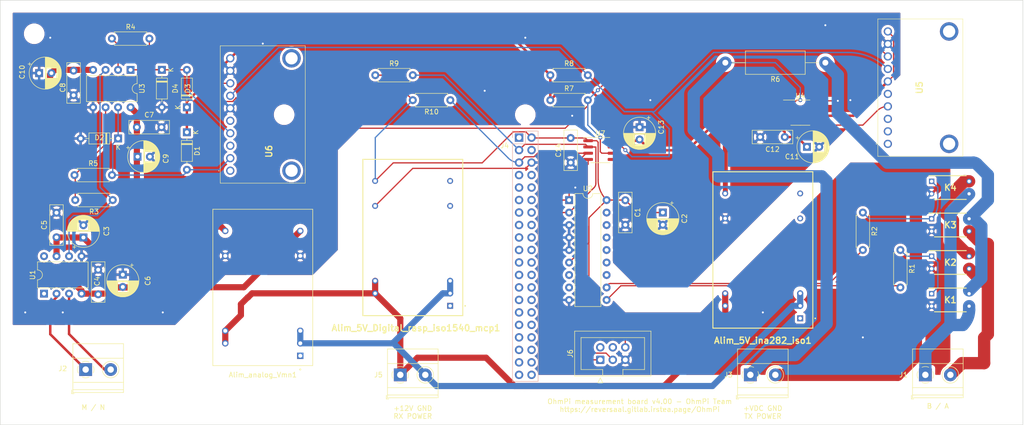
<source format=kicad_pcb>
(kicad_pcb (version 20211014) (generator pcbnew)
  (layers (0 "F.Cu" signal) (31 "B.Cu" signal) (34 "B.Paste" user) (35 "F.Paste" user) (36 "B.SilkS" user "B.Silkscreen") (37 "F.SilkS" user "F.Silkscreen") (38 "B.Mask" user) (39 "F.Mask" user) (44 "Edge.Cuts" user))
  (net 0 "")
  (net 2 "GNDPWR")
  (net 5 "5VD")
  (net 6 "GNDD")
  (net 7 "+12.5V")
  (net 11 "5V")
  (net 12 "GNDA")
  (net 14 "-12V")
  (net 15 "12V")
  (net 16 "Net-(D1-Pad2)")
  (net 17 "Net-(D3-Pad2)")
  (net 18 "B")
  (net 19 "A")
  (net 20 "Net-(J2-Pad1)")
  (net 21 "Net-(J2-Pad2)")
  (net 22 "Net-(J3-Pad1)")
  (net 23 "Net-(J3-Pad2)")
  (net 25 "SDA1")
  (net 27 "SCL1")
  (net 62 "Net-(K1-Pad1)")
  (net 63 "Net-(K1-Pad4)")
  (net 64 "Net-(K3-Pad1)")
  (net 65 "Net-(R1-Pad2)")
  (net 66 "Net-(R2-Pad2)")
  (net 67 "Net-(R3-Pad1)")
  (net 68 "Net-(R3-Pad2)")
  (net 69 "Net-(R4-Pad1)")
  (net 70 "SCL2")
  (net 71 "SDA2")
  (net 83 "Net-(U4-Pad5)")
  (footprint "MountingHole:MountingHole_3.2mm_M3_ISO7380" (layer "F.Cu") (at 95.78 124.46)
    (fp_text reference "REF**" hide)
    (fp_text value "Hole_3.2mm_M3")
  )
  (footprint "Package_SO:SOIC-8_3.9x4.9mm_P1.27mm" (layer "F.Cu") (at 160.02 73.66)
    (fp_text reference "U7")
    (fp_text value "ISO1540")
  )
  (footprint "Capacitor_THT:CP_Radial_D6.3mm_P2.50mm" (layer "F.Cu") (at 46 58)
    (fp_text reference "C10")
    (fp_text value "10uF")
  )
  (footprint "Resistor_THT:R_Axial_DIN0207_L6.3mm_D2.5mm_P7.62mm_Horizontal" (layer "F.Cu") (at 114.3 58.42)
    (fp_text reference "R9")
    (fp_text value "1.5k")
  )
  (footprint "Connector_IDC:IDC-Header_2x03_P2.54mm_Vertical" (layer "F.Cu") (at 160.015 116.3225 90)
    (fp_text reference "J6")
    (fp_text value "Conn_02x03_Top_Bottom")
  )
  (footprint "Resistor_THT:R_Axial_DIN0207_L6.3mm_D2.5mm_P7.62mm_Horizontal" (layer "F.Cu") (at 60.96 83.82 180)
    (fp_text reference "R3")
    (fp_text value "1k")
  )
  (footprint "Resistor_THT:R_Axial_DIN0207_L6.3mm_D2.5mm_P7.62mm_Horizontal" (layer "F.Cu") (at 149.86 58.42)
    (fp_text reference "R8")
    (fp_text value "1.5K")
  )
  (footprint "1085:1085" (layer "F.Cu") (at 84.836 77.851 -90)
    (fp_text reference "U6")
    (fp_text value "1085-Adress=0X48" hide)
  )
  (footprint "Capacitor_THT:CP_Radial_D6.3mm_P2.50mm" (layer "F.Cu") (at 66 75)
    (fp_text reference "C9")
    (fp_text value "10uF")
  )
  (footprint "MountingHole:MountingHole_3.2mm_M3_ISO7380" (layer "F.Cu") (at 144.78 124.46)
    (fp_text reference "REF**" hide)
    (fp_text value "Hole_3.2mm_M3")
  )
  (footprint "Diode_THT:D_DO-35_SOD27_P7.62mm_Horizontal" (layer "F.Cu") (at 70.94 57.33 -90)
    (fp_text reference "D4")
    (fp_text value "BAT86")
  )
  (footprint "Package_DIP:DIP-8_W7.62mm" (layer "F.Cu") (at 64.58 57.34 -90)
    (fp_text reference "U3")
    (fp_text value "LM158")
  )
  (footprint "MountingHole:MountingHole_3.2mm_M3_ISO7380" (layer "F.Cu") (at 95.78 66.46)
    (fp_text reference "REF**" hide)
    (fp_text value "Hole_3.2mm_M3")
  )
  (footprint "Package_DIP:DIP-18_W7.62mm" (layer "F.Cu") (at 153.68 83.83)
    (fp_text reference "U2")
    (fp_text value "MCP23008-xP")
  )
  (footprint "TerminalBlock_Phoenix:TerminalBlock_Phoenix_MKDS-1,5-2-5.08_1x02_P5.08mm_Horizontal" (layer "F.Cu") (at 55.455 118.305)
    (fp_text reference "J2")
    (fp_text value "Screw_Terminal_VMN")
  )
  (footprint "Capacitor_THT:C_Disc_D8.0mm_W2.5mm_P5.00mm" (layer "F.Cu") (at 49.53 91.4 90)
    (fp_text reference "C5")
    (fp_text value "100nF")
  )
  (footprint "THD_15-1211N:THD151211N" (layer "F.Cu") (at 200.63 107.88 180)
    (fp_text reference "Alim_5V_ina282_iso1")
    (fp_text value "THD_15-1211N" hide)
  )
  (footprint "Capacitor_THT:C_Disc_D8.0mm_W2.5mm_P5.00mm" (layer "F.Cu") (at 58 103 90)
    (fp_text reference "C4")
    (fp_text value "100nF")
  )
  (footprint "MountingHole:MountingHole_3.2mm_M3_ISO7380" (layer "F.Cu") (at 240 124.46)
    (fp_text reference "REF**" hide)
    (fp_text value "Hole_3.2mm_M3")
  )
  (footprint "Capacitor_THT:C_Disc_D8.0mm_W2.5mm_P5.00mm" (layer "F.Cu") (at 165.1 83.86 -90)
    (fp_text reference "C1")
    (fp_text value "100nF")
  )
  (footprint "Resistor_THT:R_Axial_DIN0207_L6.3mm_D2.5mm_P7.62mm_Horizontal" (layer "F.Cu") (at 129.54 63.5 180)
    (fp_text reference "R10")
    (fp_text value "1.5k")
  )
  (footprint "Capacitor_THT:CP_Radial_D6.3mm_P2.50mm" (layer "F.Cu") (at 168 69 -90)
    (fp_text reference "C13")
    (fp_text value "10uF")
  )
  (footprint "TerminalBlock_Phoenix:TerminalBlock_Phoenix_MKDS-1,5-2-5.08_1x02_P5.08mm_Horizontal" (layer "F.Cu") (at 226.06 119.38)
    (fp_text reference "J1")
    (fp_text value "A/B")
  )
  (footprint "" (layer "F.Cu") (at 144.78 124.46)
    (fp_text reference "")
    (fp_text value "")
  )
  (footprint "TerminalBlock_Phoenix:TerminalBlock_Phoenix_MKDS-1,5-2-5.08_1x02_P5.08mm_Horizontal" (layer "F.Cu") (at 190.5 119.38)
    (fp_text reference "J3")
    (fp_text value "Alim DPH5005")
  )
  (footprint "Resistor_THT:R_Axial_DIN0207_L6.3mm_D2.5mm_P7.62mm_Horizontal" (layer "F.Cu") (at 149.86 63.5)
    (fp_text reference "R7")
    (fp_text value "1.5K")
  )
  (footprint "Package_DIP:DIP-8_W7.62mm" (layer "F.Cu") (at 47 102.86 90)
    (fp_text reference "U1")
    (fp_text value "INA128")
  )
  (footprint "1085:1085" (layer "F.Cu") (at 218.44 72.39 -90)
    (fp_text reference "U5")
    (fp_text value "1085-Adress=0X49" hide)
  )
  (footprint "AQY211EH:DIP762W47P254L478H340Q4N" (layer "F.Cu") (at 231.14 104.14)
    (fp_text reference "K1")
    (fp_text value "AQY211EH" hide)
  )
  (footprint "Diode_THT:D_DO-35_SOD27_P7.62mm_Horizontal" (layer "F.Cu") (at 76.02 70.03 -90)
    (fp_text reference "D1")
    (fp_text value "BAT86")
  )
  (footprint "Diode_THT:D_DO-35_SOD27_P7.62mm_Horizontal" (layer "F.Cu") (at 76.02 64.95 90)
    (fp_text reference "D3")
    (fp_text value "BAT86")
  )
  (footprint "MountingHole:MountingHole_3.2mm_M3_ISO7380" (layer "F.Cu") (at 45 50)
    (fp_text reference "REF**" hide)
    (fp_text value "Hole_3.2mm_M3")
  )
  (footprint "AQY211EH:DIP762W47P254L478H340Q4N" (layer "F.Cu") (at 231.14 96.52)
    (fp_text reference "K2")
    (fp_text value "AQY211EH" hide)
  )
  (footprint "MountingHole:MountingHole_3.2mm_M3_ISO7380" (layer "F.Cu") (at 240 50)
    (fp_text reference "REF**" hide)
    (fp_text value "Hole_3.2mm_M3")
  )
  (footprint "AQY211EH:DIP762W47P254L478H340Q4N" (layer "F.Cu") (at 231.14 81.28)
    (fp_text reference "K4")
    (fp_text value "AQY211EH" hide)
  )
  (footprint "Resistor_THT:R_Axial_DIN0207_L6.3mm_D2.5mm_P7.62mm_Horizontal" (layer "F.Cu") (at 213.36 86.36 -90)
    (fp_text reference "R2")
    (fp_text value "1.5k")
  )
  (footprint "Package_SO:SOIC-8_3.9x4.9mm_P1.27mm" (layer "F.Cu") (at 200.66 66.04)
    (fp_text reference "U4")
    (fp_text value "INA282")
  )
  (footprint "Capacitor_THT:C_Disc_D8.0mm_W2.5mm_P5.00mm" (layer "F.Cu") (at 65.86 69)
    (fp_text reference "C7")
    (fp_text value "100nF")
  )
  (footprint "Resistor_THT:R_Axial_DIN0207_L6.3mm_D2.5mm_P7.62mm_Horizontal" (layer "F.Cu") (at 220.98 93.98 -90)
    (fp_text reference "R1")
    (fp_text value "1.5k")
  )
  (footprint "Capacitor_THT:C_Disc_D8.0mm_W2.5mm_P5.00mm" (layer "F.Cu") (at 53 57.5 -90)
    (fp_text reference "C8")
    (fp_text value "100nF")
  )
  (footprint "THD_15-1211N:THD151211N" (layer "F.Cu") (at 129.51 105.34 180)
    (fp_text reference "Alim_5V_Digital_rasp_iso1540_mcp1")
    (fp_text value "THD_15-1211N" hide)
  )
  (footprint "Resistor_THT:R_Axial_DIN0414_L11.9mm_D4.5mm_P20.32mm_Horizontal" (layer "F.Cu") (at 205.74 55.88 180)
    (fp_text reference "R6")
    (fp_text value "2")
  )
  (footprint "Capacitor_THT:CP_Radial_D6.3mm_P2.50mm" (layer "F.Cu") (at 55 91.44 90)
    (fp_text reference "C3")
    (fp_text value "10uF")
  )
  (footprint "Resistor_THT:R_Axial_DIN0207_L6.3mm_D2.5mm_P7.62mm_Horizontal" (layer "F.Cu") (at 60.78 50.98)
    (fp_text reference "R4")
    (fp_text value "1k")
  )
  (footprint "Capacitor_THT:C_Disc_D8.0mm_W2.5mm_P5.00mm" (layer "F.Cu") (at 197.5 71 180)
    (fp_text reference "C12")
    (fp_text value "100nF")
  )
  (footprint "Capacitor_THT:C_Disc_D8.0mm_W2.5mm_P5.00mm" (layer "F.Cu") (at 154 76.2 90)
    (fp_text reference "C14")
    (fp_text value ".1u")
  )
  (footprint "Resistor_THT:R_Axial_DIN0207_L6.3mm_D2.5mm_P7.62mm_Horizontal" (layer "F.Cu") (at 53.19 78.74)
    (fp_text reference "R5")
    (fp_text value "1k")
  )
  (footprint "MountingHole:MountingHole_3.2mm_M3_ISO7380" (layer "F.Cu") (at 45 124.46)
    (fp_text reference "REF**" hide)
    (fp_text value "Hole_3.2mm_M3")
  )
  (footprint "Diode_THT:D_DO-35_SOD27_P7.62mm_Horizontal" (layer "F.Cu") (at 62.05 71.3 180)
    (fp_text reference "D2")
    (fp_text value "BAT86")
  )
  (footprint "THD_15-1222N:CONV_THD_15-1222N" (layer "F.Cu") (at 91.44 101.6 90)
    (fp_text reference "Alim_analog_Vmn1")
    (fp_text value "THD_15-1222N")
  )
  (footprint "TerminalBlock_Phoenix:TerminalBlock_Phoenix_MKDS-1,5-2-5.08_1x02_P5.08mm_Horizontal" (layer "F.Cu") (at 119.38 119.38)
    (fp_text reference "J5")
    (fp_text value "Screw_Terminal_01x02")
  )
  (footprint "Capacitor_THT:CP_Radial_D6.3mm_P2.50mm" (layer "F.Cu") (at 63 99 -90)
    (fp_text reference "C6")
    (fp_text value "10uF")
  )
  (footprint "Capacitor_THT:CP_Radial_D6.3mm_P2.50mm" (layer "F.Cu") (at 172.72 86.36 -90)
    (fp_text reference "C2")
    (fp_text value "10uF")
  )
  (footprint "AQY211EH:DIP762W47P254L478H340Q4N" (layer "F.Cu") (at 231.14 88.9)
    (fp_text reference "K3")
    (fp_text value "AQY211EH" hide)
  )
  (footprint "MountingHole:MountingHole_3.2mm_M3_ISO7380" (layer "F.Cu") (at 144.78 66.46)
    (fp_text reference "REF**" hide)
    (fp_text value "Hole_3.2mm_M3")
  )
  (footprint "Capacitor_THT:CP_Radial_D6.3mm_P2.50mm" (layer "F.Cu") (at 202 73)
    (fp_text reference "C11")
    (fp_text value "10uF")
  )
  (footprint "Connector_PinSocket_2.54mm:PinSocket_2x20_P2.54mm_Vertical" (layer "B.Cu") (at 143.51 71.12 180)
    (fp_text reference "J4")
    (fp_text value "Raspberry_Pi_2_3")
  )
  (gr_rect (start 245.872 129.54) (end 38.1 43.18) (layer "Edge.Cuts") (width 0.1) (fill none))
  (gr_text "+VDC GND\nTX POWER" (at 193.04 127) (layer "F.SilkS") (effects (font (size 1 1))))
  (gr_text "M / N" (at 57 126) (layer "F.SilkS") (effects (font (size 1 1))))
  (gr_text "OhmPi measurement board v4.00 - OhmPi Team\nhttps://reversaal.gitlab.irstea.page/OhmPi" (at 168.021 125.603) (layer "F.SilkS") (effects (font (size 1 1))))
  (gr_text "B / A" (at 228.6 125.73) (layer "F.SilkS") (effects (font (size 1 1))))
  (gr_text "+12V GND\nRX POWER" (at 121.92 127) (layer "F.SilkS") (effects (font (size 1 1))))
  (segment (start 200.63 105.34) (end 199.173218 105.34) (width 1.25) (layer "B.Cu") (net 2))
  (segment (start 99.06 112.96) (end 99.06 110.42) (width 1.25) (layer "B.Cu") (net 2))
  (segment (start 126.734511 121.654511) (end 182.806467 121.654511) (width 1.25) (layer "B.Cu") (net 2))
  (segment (start 124.46 119.38) (end 126.734511 121.654511) (width 1.25) (layer "B.Cu") (net 2))
  (segment (start 99.06 112.96) (end 118.04 112.96) (width 1.25) (layer "B.Cu") (net 2))
  (segment (start 182.806467 121.654511) (end 199.084039 105.376939) (width 1.25) (layer "B.Cu") (net 2))
  (segment (start 118.04 112.96) (end 124.46 119.38) (width 1.25) (layer "B.Cu") (net 2))
  (segment (start 200.63 105.34) (end 200.63 102.8) (width 1.25) (layer "B.Cu") (net 2))
  (segment (start 118.04 112.760978) (end 127.958223 102.842755) (width 1.25) (layer "B.Cu") (net 2))
  (segment (start 118.04 112.96) (end 118.04 112.760978) (width 1.25) (layer "B.Cu") (net 2))
  (segment (start 129.51 102.8) (end 128.061443 102.8) (width 1.25) (layer "B.Cu") (net 2))
  (segment (start 129.51 102.8) (end 129.51 100.26) (width 1.25) (layer "B.Cu") (net 2))
  (arc (start 199.084039 105.376939) (mid 199.124955 105.3496) (end 199.173218 105.34) (width 1.25) (layer "B.Cu") (net 2))
  (arc (start 127.958223 102.842755) (mid 128.005581 102.811112) (end 128.061443 102.8) (width 1.25) (layer "B.Cu") (net 2))
  (segment (start 116.84 58.42) (end 121.92 63.5) (width 0.25) (layer "F.Cu") (net 5))
  (segment (start 144.875489 69.945489) (end 142.335489 69.945489) (width 0.25) (layer "F.Cu") (net 5))
  (segment (start 165.095 113.7825) (end 165.095 110.7825) (width 0.25) (layer "F.Cu") (net 5))
  (segment (start 157.707897 92.502103) (end 157.707897 87.422103) (width 0.25) (layer "F.Cu") (net 5))
  (segment (start 172.72 86.36) (end 167.64 86.36) (width 0.25) (layer "F.Cu") (net 5))
  (segment (start 153.68 96.53) (end 157.707897 92.502103) (width 0.25) (layer "F.Cu") (net 5))
  (segment (start 159.277759 71.755) (end 159.57048 72.047721) (width 0.25) (layer "F.Cu") (net 5))
  (segment (start 114.3 58.42) (end 116.84 58.42) (width 0.25) (layer "F.Cu") (net 5))
  (segment (start 152.4 71.2) (end 146.243137 71.2) (width 0.25) (layer "F.Cu") (net 5))
  (segment (start 142.335489 69.945489) (end 136.023385 76.257593) (width 0.25) (layer "F.Cu") (net 5))
  (segment (start 157.707897 87.422103) (end 161.3 83.83) (width 0.25) (layer "F.Cu") (net 5))
  (segment (start 152.4 71.2) (end 156.937471 71.2) (width 0.25) (layer "F.Cu") (net 5))
  (segment (start 146.05 71.12) (end 144.875489 69.945489) (width 0.25) (layer "F.Cu") (net 5))
  (segment (start 161.31 83.82) (end 161.3 83.83) (width 0.25) (layer "F.Cu") (net 5))
  (segment (start 157.545 71.755) (end 157.027143 71.237143) (width 0.25) (layer "F.Cu") (net 5))
  (segment (start 157.545 71.755) (end 159.277759 71.755) (width 0.25) (layer "F.Cu") (net 5))
  (segment (start 136.023385 76.257593) (end 117.952407 76.257593) (width 0.25) (layer "F.Cu") (net 5))
  (segment (start 158 110) (end 157.707897 109.707897) (width 0.25) (layer "F.Cu") (net 5))
  (segment (start 114.27 79.94) (end 117.952407 76.257593) (width 0.25) (layer "F.Cu") (net 5))
  (segment (start 157.707897 109.707897) (end 157.707897 89.127897) (width 0.25) (layer "F.Cu") (net 5))
  (segment (start 159.57048 72.047721) (end 159.57048 79.65457) (width 0.25) (layer "F.Cu") (net 5))
  (segment (start 165.1 83.82) (end 161.31 83.82) (width 0.25) (layer "F.Cu") (net 5))
  (segment (start 164.3125 110) (end 158 110) (width 0.25) (layer "F.Cu") (net 5))
  (segment (start 167.64 86.36) (end 165.1 83.82) (width 0.25) (layer "F.Cu") (net 5))
  (segment (start 165.095 110.7825) (end 164.3125 110) (width 0.25) (layer "F.Cu") (net 5))
  (arc (start 156.937471 71.2) (mid 156.986001 71.209653) (end 157.027143 71.237143) (width 0.25) (layer "F.Cu") (net 5))
  (arc (start 146.243137 71.2) (mid 146.138612 71.179209) (end 146.05 71.12) (width 0.25) (layer "F.Cu") (net 5))
  (arc (start 159.57048 79.65457) (mid 160.019968 81.914296) (end 161.3 83.83) (width 0.25) (layer "F.Cu") (net 5))
  (segment (start 114.3 71.12) (end 114.3 79.867574) (width 0.25) (layer "B.Cu") (net 5))
  (segment (start 121.92 63.5) (end 114.3 71.12) (width 0.25) (layer "B.Cu") (net 5))
  (arc (start 114.3 79.867574) (mid 114.2922 79.906771) (end 114.27 79.94) (width 0.25) (layer "B.Cu") (net 5))
  (segment (start 114.27 85.02) (end 121.915489 77.374511) (width 0.25) (layer "F.Cu") (net 6))
  (segment (start 154.94 79.115) (end 154.94 81.28) (width 0.25) (layer "F.Cu") (net 6))
  (segment (start 157.545 76.51) (end 154.94 79.115) (width 0.25) (layer "F.Cu") (net 6))
  (segment (start 157.545 75.565) (end 157.545 76.51) (width 0.25) (layer "F.Cu") (net 6))
  (segment (start 121.915489 77.374511) (end 144.875489 77.374511) (width 0.25) (layer "F.Cu") (net 6))
  (segment (start 144.875489 77.374511) (end 146.05 76.2) (width 0.25) (layer "F.Cu") (net 6))
  (via (at 193.04 106.68) (size 0.8) (drill 0.4) (layers "F.Cu" "B.Cu") (net 6))
  (via (at 213.36 111.76) (size 0.8) (drill 0.4) (layers "F.Cu" "B.Cu") (net 6))
  (via (at 154.94 81.28) (size 0.8) (drill 0.4) (layers "F.Cu" "B.Cu") (net 6))
  (segment (start 89.258458 102.8) (end 114.27 102.8) (width 1.25) (layer "F.Cu") (net 7))
  (segment (start 114.27 102.8) (end 119.38 107.91) (width 1.25) (layer "F.Cu") (net 7))
  (segment (start 114.27 102.8) (end 114.27 100.26) (width 1.25) (layer "F.Cu") (net 7))
  (segment (start 122.862134 115.897866) (end 136.811221 115.897866) (width 1.25) (layer "F.Cu") (net 7))
  (segment (start 136.811221 115.897866) (end 142.567866 121.654511) (width 1.25) (layer "F.Cu") (net 7))
  (segment (start 119.38 119.38) (end 119.38 107.91) (width 1.25) (layer "F.Cu") (net 7))
  (segment (start 88.448938 103.60952) (end 89.258458 102.8) (width 1.25) (layer "F.Cu") (net 7))
  (segment (start 83.82 112.96) (end 83.82 110.42) (width 1.25) (layer "F.Cu") (net 7))
  (segment (start 88.39048 103.60952) (end 88.448938 103.60952) (width 1.25) (layer "F.Cu") (net 7))
  (segment (start 87 105) (end 88.39048 103.60952) (width 1.25) (layer "F.Cu") (net 7))
  (segment (start 87 107.24) (end 87 105) (width 1.25) (layer "F.Cu") (net 7))
  (segment (start 119.38 119.38) (end 122.862134 115.897866) (width 1.25) (layer "F.Cu") (net 7))
  (segment (start 185.39 105.34) (end 185.39 102.8) (width 1.25) (layer "F.Cu") (net 7))
  (segment (start 172.985489 121.654511) (end 185.42 109.22) (width 1.25) (layer "F.Cu") (net 7))
  (segment (start 83.82 110.42) (end 87 107.24) (width 1.25) (layer "F.Cu") (net 7))
  (segment (start 185.42 109.22) (end 185.42 105.412426) (width 1.25) (layer "F.Cu") (net 7))
  (segment (start 142.567866 121.654511) (end 172.985489 121.654511) (width 1.25) (layer "F.Cu") (net 7))
  (arc (start 185.42 105.412426) (mid 185.412203 105.373229) (end 185.39 105.34) (width 1.25) (layer "F.Cu") (net 7))
  (segment (start 162.495 71.755) (end 168.235 71.755) (width 0.5) (layer "F.Cu") (net 11))
  (segment (start 202 73) (end 200.5 71.5) (width 0.5) (layer "F.Cu") (net 11))
  (segment (start 197.5 71) (end 200 71) (width 0.5) (layer "F.Cu") (net 11))
  (segment (start 158 61.468) (end 151.892 61.468) (width 0.5) (layer "F.Cu") (net 11))
  (segment (start 162.495 66.9247) (end 162.495 71.755) (width 0.5) (layer "F.Cu") (net 11))
  (segment (start 149.86 63.5) (end 149.86 58.42) (width 0.5) (layer "F.Cu") (net 11))
  (segment (start 177.760001 73.7) (end 184.460001 67) (width 0.5) (layer "F.Cu") (net 11))
  (segment (start 200 71) (end 200.5 71.5) (width 0.25) (layer "F.Cu") (net 11))
  (segment (start 200.5 71.5) (end 200.5 67.716964) (width 0.5) (layer "F.Cu") (net 11))
  (segment (start 218.44 59.69) (end 219.597011 58.532989) (width 0.25) (layer "F.Cu") (net 11))
  (segment (start 76.02 64.95) (end 76.02 70.03) (width 0.5) (layer "F.Cu") (net 11))
  (segment (start 151.892 61.468) (end 149.86 63.5) (width 0.5) (layer "F.Cu") (net 11))
  (segment (start 211.455 66.675) (end 218.44 59.69) (width 0.5) (layer "F.Cu") (net 11))
  (segment (start 158 61.468) (end 158.0383 61.468) (width 0.25) (layer "F.Cu") (net 11))
  (segment (start 185.42 82.407574) (end 185.42 67) (width 1) (layer "F.Cu") (net 11))
  (segment (start 197.5 70) (end 197.5 71) (width 0.25) (layer "F.Cu") (net 11))
  (segment (start 203.135 66.675) (end 211.455 66.675) (width 0.5) (layer "F.Cu") (net 11))
  (segment (start 194.5 67) (end 197.5 70) (width 0.5) (layer "F.Cu") (net 11))
  (segment (start 89.571511 50.255489) (end 84.836 54.991) (width 0.5) (layer "F.Cu") (net 11))
  (segment (start 141.695489 50.255489) (end 89.571511 50.255489) (width 0.5) (layer "F.Cu") (net 11))
  (segment (start 185.42 67) (end 194.5 67) (width 0.5) (layer "F.Cu") (net 11))
  (segment (start 184.460001 67) (end 185.42 67) (width 0.25) (layer "F.Cu") (net 11))
  (segment (start 219.597011 50.687011) (end 218.44 49.53) (width 0.25) (layer "F.Cu") (net 11))
  (segment (start 149.86 58.42) (end 141.695489 50.255489) (width 0.5) (layer "F.Cu") (net 11))
  (segment (start 170.18 73.7) (end 177.760001 73.7) (width 0.5) (layer "F.Cu") (net 11))
  (segment (start 162.495 65.9247) (end 162.495 66.9247) (width 0.25) (layer "F.Cu") (net 11))
  (segment (start 76.02 63.807) (end 76.02 64.95) (width 0.5) (layer "F.Cu") (net 11))
  (segment (start 84.836 54.991) (end 76.02 63.807) (width 0.5) (layer "F.Cu") (net 11))
  (segment (start 158.0383 61.468) (end 162.495 65.9247) (width 0.5) (layer "F.Cu") (net 11))
  (segment (start 201.541964 66.675) (end 203.135 66.675) (width 0.5) (layer "F.Cu") (net 11))
  (segment (start 168.235 71.755) (end 170.18 73.7) (width 0.5) (layer "F.Cu") (net 11))
  (segment (start 219.597011 58.532989) (end 219.597011 50.687011) (width 0.25) (layer "F.Cu") (net 11))
  (segment (start 200.5 67.716964) (end 201.541964 66.675) (width 0.5) (layer "F.Cu") (net 11))
  (arc (start 185.39 82.48) (mid 185.412203 82.446771) (end 185.42 82.407574) (width 0.25) (layer "F.Cu") (net 11))
  (segment (start 198.185 65.405) (end 203.135 65.405) (width 0.25) (layer "F.Cu") (net 12))
  (via (at 71.12 106.68) (size 0.8) (drill 0.4) (layers "F.Cu" "B.Cu") (net 12))
  (via (at 154.305 66.675) (size 0.8) (drill 0.4) (layers "F.Cu" "B.Cu") (net 12))
  (via (at 144.78 50.8) (size 0.8) (drill 0.4) (layers "F.Cu" "B.Cu") (net 12))
  (via (at 136.525 61.595) (size 0.8) (drill 0.4) (layers "F.Cu" "B.Cu") (net 12))
  (via (at 50.8 106.68) (size 0.8) (drill 0.4) (layers "F.Cu" "B.Cu") (net 12))
  (via (at 48.26 50.8) (size 0.8) (drill 0.4) (layers "F.Cu" "B.Cu") (net 12))
  (via (at 210.82 63.5) (size 0.8) (drill 0.4) (layers "F.Cu" "B.Cu") (net 12))
  (via (at 43.18 106.68) (size 0.8) (drill 0.4) (layers "F.Cu" "B.Cu") (net 12))
  (via (at 91.44 52) (size 0.8) (drill 0.4) (layers "F.Cu" "B.Cu") (net 12))
  (via (at 170.18 63.5) (size 0.8) (drill 0.4) (layers "F.Cu" "B.Cu") (net 12))
  (via (at 205.74 48.26) (size 0.8) (drill 0.4) (layers "F.Cu" "B.Cu") (net 12))
  (segment (start 54.62 102.254065) (end 54.62 102.86) (width 1.25) (layer "F.Cu") (net 14))
  (segment (start 54.62 102.86) (end 59.7 102.86) (width 1.25) (layer "F.Cu") (net 14))
  (segment (start 45.76 71.12) (end 43 73.88) (width 1.25) (layer "F.Cu") (net 14))
  (segment (start 56.96 57.34) (end 49.16 57.34) (width 1.25) (layer "F.Cu") (net 14))
  (segment (start 51.425935 99.06) (end 54.62 102.254065) (width 1.25) (layer "F.Cu") (net 14))
  (segment (start 48.224511 60.224511) (end 46.275489 60.224511) (width 1.25) (layer "F.Cu") (net 14))
  (segment (start 87.6 101.56) (end 99.06 90.1) (width 1.25) (layer "F.Cu") (net 14))
  (segment (start 43 98) (end 44.06 99.06) (width 1.25) (layer "F.Cu") (net 14))
  (segment (start 44.06 99.06) (end 51.425935 99.06) (width 1.25) (layer "F.Cu") (net 14))
  (segment (start 48.224511 58.275489) (end 48.224511 60.224511) (width 1.25) (layer "F.Cu") (net 14))
  (segment (start 68.54 101.6) (end 68.58 101.56) (width 1.25) (layer "F.Cu") (net 14))
  (segment (start 59.7 102.86) (end 60.96 101.6) (width 1.25) (layer "F.Cu") (net 14))
  (segment (start 45.76 60.74) (end 45.76 71.12) (width 1.25) (layer "F.Cu") (net 14))
  (segment (start 68.58 101.56) (end 87.6 101.56) (width 1.25) (layer "F.Cu") (net 14))
  (segment (start 46.275489 60.224511) (end 45.76 60.74) (width 1.25) (layer "F.Cu") (net 14))
  (segment (start 43 73.88) (end 43 98) (width 1.25) (layer "F.Cu") (net 14))
  (segment (start 60.96 101.6) (end 68.54 101.6) (width 1.25) (layer "F.Cu") (net 14))
  (segment (start 49.16 57.34) (end 48.224511 58.275489) (width 1.25) (layer "F.Cu") (net 14))
  (segment (start 65.86 78.92) (end 65.86 71.3) (width 1.25) (layer "F.Cu") (net 15))
  (segment (start 66.04 89.39) (end 66.214511 89.215489) (width 1.25) (layer "F.Cu") (net 15))
  (segment (start 65.86 88.860978) (end 66.214511 89.215489) (width 1.25) (layer "F.Cu") (net 15))
  (segment (start 65.86 71.3) (end 65.86 66.24) (width 1.25) (layer "F.Cu") (net 15))
  (segment (start 66.214511 89.215489) (end 82.935489 89.215489) (width 1.25) (layer "F.Cu") (net 15))
  (segment (start 65.86 78.92) (end 65.86 88.860978) (width 1.25) (layer "F.Cu") (net 15))
  (segment (start 57.224511 93.664511) (end 63.815489 93.664511) (width 1.25) (layer "F.Cu") (net 15))
  (segment (start 82.935489 89.215489) (end 83.82 90.1) (width 1.25) (layer "F.Cu") (net 15))
  (segment (start 49.57 91.44) (end 55 91.44) (width 1.25) (layer "F.Cu") (net 15))
  (segment (start 66.04 91.44) (end 66.04 89.39) (width 1.25) (layer "F.Cu") (net 15))
  (segment (start 49.54 95.24) (end 49.54 91.41) (width 1.25) (layer "F.Cu") (net 15))
  (segment (start 55 91.44) (end 57.224511 93.664511) (width 1.25) (layer "F.Cu") (net 15))
  (segment (start 65.86 66.24) (end 64.58 64.96) (width 1.25) (layer "F.Cu") (net 15))
  (segment (start 63.815489 93.664511) (end 66.04 91.44) (width 1.25) (layer "F.Cu") (net 15))
  (arc (start 49.53 91.4) (mid 49.541716 91.428284) (end 49.57 91.44) (width 1.25) (layer "F.Cu") (net 15))
  (arc (start 49.54 91.41) (mid 49.537071 91.402929) (end 49.53 91.4) (width 1.25) (layer "F.Cu") (net 15))
  (segment (start 76.02 77.65) (end 82.497 77.65) (width 0.25) (layer "B.Cu") (net 16))
  (segment (start 60.96 78.74) (end 60.96 72.39) (width 0.25) (layer "B.Cu") (net 16))
  (segment (start 82.497 77.65) (end 84.836 75.311) (width 0.25) (layer "B.Cu") (net 16))
  (segment (start 62.05 71.3) (end 62.05 64.97) (width 0.25) (layer "B.Cu") (net 16))
  (segment (start 60.96 72.39) (end 62.05 71.3) (width 0.25) (layer "B.Cu") (net 16))
  (segment (start 60.81 78.74) (end 74.93 78.74) (width 0.25) (layer "B.Cu") (net 16))
  (segment (start 62.05 64.97) (end 62.04 64.96) (width 0.25) (layer "B.Cu") (net 16))
  (arc (start 74.93 78.74) (mid 75.700746 78.420746) (end 76.02 77.65) (width 0.25) (layer "B.Cu") (net 16))
  (segment (start 64.59 57.33) (end 64.58 57.34) (width 0.25) (layer "F.Cu") (net 17))
  (segment (start 68.4 57.33) (end 70.94 57.33) (width 0.25) (layer "F.Cu") (net 17))
  (segment (start 68.4 50.98) (end 68.4 57.33) (width 0.25) (layer "F.Cu") (net 17))
  (segment (start 76.02 57.33) (end 64.59 57.33) (width 0.25) (layer "F.Cu") (net 17))
  (segment (start 76.02 61.415) (end 84.836 70.231) (width 0.25) (layer "B.Cu") (net 17))
  (segment (start 76.02 57.33) (end 76.02 61.415) (width 0.25) (layer "B.Cu") (net 17))
  (segment (start 226.06 119.38) (end 226.06 114.344511) (width 2.5) (layer "B.Cu") (net 18))
  (segment (start 231.162256 109.242256) (end 231.162256 86.382255) (width 2.5) (layer "B.Cu") (net 18))
  (segment (start 231.162256 86.382255) (end 234.95 82.594511) (width 2.5) (layer "B.Cu") (net 18))
  (segment (start 234.95 106.153949) (end 234.95 105.41) (width 2.5) (layer "B.Cu") (net 18))
  (segment (start 226.06 114.344511) (end 231.162256 109.242256) (width 2.5) (layer "B.Cu") (net 18))
  (segment (start 231.162256 109.242256) (end 233.62627 109.242256) (width 2.5) (layer "B.Cu") (net 18))
  (arc (start 233.68 109.22) (mid 234.619938 107.813284) (end 234.95 106.153949) (width 2.5) (layer "B.Cu") (net 18))
  (arc (start 233.62627 109.242256) (mid 233.655349 109.236472) (end 233.68 109.22) (width 2.5) (layer "B.Cu") (net 18))
  (segment (start 238 117) (end 238 111.853753) (width 2.5) (layer "F.Cu") (net 19))
  (segment (start 238 111.853753) (end 238.76 111.093753) (width 2.5) (layer "F.Cu") (net 19))
  (segment (start 237.534511 100.374511) (end 234.994511 97.834511) (width 2.5) (layer "F.Cu") (net 19))
  (segment (start 231.14 119.38) (end 233.52 117) (width 2.5) (layer "F.Cu") (net 19))
  (segment (start 236.667959 91.887959) (end 234.95 90.17) (width 2.5) (layer "F.Cu") (net 19))
  (segment (start 233.52 117) (end 238 117) (width 2.5) (layer "F.Cu") (net 19))
  (segment (start 238.76 111.093753) (end 238.76 92.754511) (width 2.5) (layer "F.Cu") (net 19))
  (segment (start 234.994511 97.834511) (end 234.95 97.834511) (width 2.5) (layer "F.Cu") (net 19))
  (arc (start 238.76 92.754511) (mid 237.627796 92.529301) (end 236.667959 91.887959) (width 2.5) (layer "F.Cu") (net 19))
  (segment (start 55.455 118.305) (end 48.26 111.11) (width 0.5) (layer "F.Cu") (net 20))
  (segment (start 48.26 111.11) (end 48.26 104.88) (width 0.5) (layer "F.Cu") (net 20))
  (segment (start 48.26 104.88) (end 49.54 103.6) (width 0.5) (layer "F.Cu") (net 20))
  (segment (start 49.54 103.6) (end 49.54 102.86) (width 0.5) (layer "F.Cu") (net 20))
  (segment (start 52.08 111.08) (end 52.08 102.86) (width 0.5) (layer "F.Cu") (net 21))
  (segment (start 59.305 118.305) (end 52.08 111.08) (width 0.5) (layer "F.Cu") (net 21))
  (segment (start 60.535 118.305) (end 59.305 118.305) (width 0.5) (layer "F.Cu") (net 21))
  (segment (start 199.268179 64.135) (end 199.903164 63.500015) (width 0.25) (layer "F.Cu") (net 22))
  (segment (start 198.185 64.135) (end 199.268179 64.135) (width 0.25) (layer "F.Cu") (net 22))
  (segment (start 200.633564 63.5) (end 199.903164 63.500015) (width 0.25) (layer "F.Cu") (net 22))
  (segment (start 200.66 63.5) (end 200.633564 63.5) (width 0.25) (layer "F.Cu") (net 22))
  (via (at 200.66 63.5) (size 0.8) (drill 0.4) (layers "F.Cu" "B.Cu") (net 22))
  (segment (start 179 69.535554) (end 184 74.535554) (width 2.5) (layer "B.Cu") (net 22))
  (segment (start 185.42 55.88) (end 179 62.3) (width 2.5) (layer "B.Cu") (net 22))
  (segment (start 200.66 60.96) (end 200.66 63.5) (width 0.25) (layer "B.Cu") (net 22))
  (segment (start 184 74.535554) (end 184 79) (width 2.5) (layer "B.Cu") (net 22))
  (segment (start 185.42 55.88) (end 195.58 55.88) (width 0.25) (layer "B.Cu") (net 22))
  (segment (start 179 62.3) (end 179 69.535554) (width 2.5) (layer "B.Cu") (net 22))
  (segment (start 205 79) (end 206 80) (width 2.5) (layer "B.Cu") (net 22))
  (segment (start 206 80) (end 206 108.96) (width 2.5) (layer "B.Cu") (net 22))
  (segment (start 206 108.96) (end 199.607897 115.352103) (width 2.5) (layer "B.Cu") (net 22))
  (segment (start 199.607897 115.352103) (end 194.527897 115.352103) (width 2.5) (layer "B.Cu") (net 22))
  (segment (start 194.527897 115.352103) (end 190.5 119.38) (width 2.5) (layer "B.Cu") (net 22))
  (segment (start 195.58 55.88) (end 200.66 60.96) (width 0.25) (layer "B.Cu") (net 22))
  (segment (start 184 79) (end 205 79) (width 2.5) (layer "B.Cu") (net 22))
  (segment (start 224.845489 85.145489) (end 224.129511 85.861467) (width 2.5) (layer "F.Cu") (net 23))
  (segment (start 234.95 80.01) (end 233.97637 80.01) (width 2.5) (layer "F.Cu") (net 23))
  (segment (start 231.66605 87.970658) (end 231.66605 91.96605) (width 2.5) (layer "F.Cu") (net 23))
  (segment (start 224.129511 85.861467) (end 224.129511 115.668305) (width 2.5) (layer "F.Cu") (net 23))
  (segment (start 228.840881 85.145489) (end 224.845489 85.145489) (width 2.5) (layer "F.Cu") (net 23))
  (segment (start 234.334991 94.634991) (end 234.95 94.634991) (width 2.5) (layer "F.Cu") (net 23))
  (segment (start 233.97637 80.01) (end 228.840881 85.145489) (width 2.5) (layer "F.Cu") (net 23))
  (segment (start 231.66605 91.96605) (end 234.334991 94.634991) (width 2.5) (layer "F.Cu") (net 23))
  (segment (start 228.840881 85.145489) (end 231.66605 87.970658) (width 2.5) (layer "F.Cu") (net 23))
  (segment (start 220.417828 119.38) (end 195.58 119.38) (width 2.5) (layer "F.Cu") (net 23))
  (segment (start 220.417828 119.38) (end 224.129511 115.668305) (width 2.5) (layer "F.Cu") (net 23))
  (segment (start 158.81952 73.025) (end 158.84452 73.05) (width 0.25) (layer "F.Cu") (net 25))
  (segment (start 161.203386 114.970879) (end 162.555 116.3225) (width 0.25) (layer "F.Cu") (net 25))
  (segment (start 143.51 73.66) (end 144.684511 72.485489) (width 0.25) (layer "F.Cu") (net 25))
  (segment (start 151.957011 114.957011) (end 161.169906 114.957011) (width 0.25) (layer "F.Cu") (net 25))
  (segment (start 152.4 86.36) (end 151.57952 87.18048) (width 0.25) (layer "F.Cu") (net 25))
  (segment (start 158.75 81.3) (end 153.68 86.37) (width 0.25) (layer "F.Cu") (net 25))
  (segment (start 153.655858 86.36) (end 152.4 86.36) (width 0.25) (layer "F.Cu") (net 25))
  (segment (start 159.12096 73.057861) (end 159.12096 80.404424) (width 0.25) (layer "F.Cu") (net 25))
  (segment (start 144.684511 72.485489) (end 157.005489 72.485489) (width 0.25) (layer "F.Cu") (net 25))
  (segment (start 159.088099 73.025) (end 159.12096 73.057861) (width 0.25) (layer "F.Cu") (net 25))
  (segment (start 157.545 73.025) (end 157.005489 72.485489) (width 0.25) (layer "F.Cu") (net 25))
  (segment (start 157.545 73.025) (end 158.81952 73.025) (width 0.25) (layer "F.Cu") (net 25))
  (segment (start 158.81952 73.025) (end 159.088099 73.025) (width 0.25) (layer "F.Cu") (net 25))
  (segment (start 151.57952 87.18048) (end 151.57952 114.57952) (width 0.25) (layer "F.Cu") (net 25))
  (segment (start 151.57952 114.57952) (end 151.957011 114.957011) (width 0.25) (layer "F.Cu") (net 25))
  (arc (start 161.169906 114.957011) (mid 161.188012 114.960621) (end 161.203386 114.970879) (width 0.25) (layer "F.Cu") (net 25))
  (arc (start 153.68 86.37) (mid 153.668924 86.362598) (end 153.655858 86.36) (width 0.25) (layer "F.Cu") (net 25))
  (arc (start 159.12096 80.404424) (mid 159.02455 80.889106) (end 158.75 81.3) (width 0.25) (layer "F.Cu") (net 25))
  (segment (start 121.92 58.42) (end 128.27 58.42) (width 0.25) (layer "B.Cu") (net 25))
  (segment (start 128.27 58.42) (end 143.51 73.66) (width 0.25) (layer "B.Cu") (net 25))
  (segment (start 156.24548 76.486484) (end 156.24548 75.218448) (width 0.25) (layer "F.Cu") (net 27))
  (segment (start 156.24548 75.218448) (end 157.168928 74.295) (width 0.25) (layer "F.Cu") (net 27))
  (segment (start 152.4 83.82) (end 151.13 85.09) (width 0.25) (layer "F.Cu") (net 27))
  (segment (start 144.684511 75.025489) (end 143.51 76.2) (width 0.25) (layer "F.Cu") (net 27))
  (segment (start 151.13 116) (end 151.4525 116.3225) (width 0.25) (layer "F.Cu") (net 27))
  (segment (start 151.13 85.09) (end 151.13 116) (width 0.25) (layer "F.Cu") (net 27))
  (segment (start 147.266988 74.295) (end 146.536499 75.025489) (width 0.25) (layer "F.Cu") (net 27))
  (segment (start 151.4525 116.3225) (end 160.015 116.3225) (width 0.25) (layer "F.Cu") (net 27))
  (segment (start 146.536499 75.025489) (end 144.684511 75.025489) (width 0.25) (layer "F.Cu") (net 27))
  (segment (start 153.655858 83.82) (end 152.4 83.82) (width 0.25) (layer "F.Cu") (net 27))
  (segment (start 157.545 74.295) (end 147.266988 74.295) (width 0.25) (layer "F.Cu") (net 27))
  (segment (start 153.68 79.051964) (end 156.24548 76.486484) (width 0.25) (layer "F.Cu") (net 27))
  (segment (start 153.68 83.83) (end 153.68 79.051964) (width 0.25) (layer "F.Cu") (net 27))
  (segment (start 157.168928 74.295) (end 157.545 74.295) (width 0.25) (layer "F.Cu") (net 27))
  (arc (start 153.68 83.83) (mid 153.668924 83.822598) (end 153.655858 83.82) (width 0.25) (layer "F.Cu") (net 27))
  (segment (start 141.341975 75.301974) (end 129.54 63.5) (width 0.25) (layer "B.Cu") (net 27))
  (arc (start 143.51 76.2) (mid 142.336673 75.966611) (end 141.341975 75.301974) (width 0.25) (layer "B.Cu") (net 27))
  (segment (start 220.98 93.98) (end 222.25 95.25) (width 0.25) (layer "B.Cu") (net 62))
  (segment (start 228.6 101.6) (end 228.6 96.52) (width 0.25) (layer "B.Cu") (net 62))
  (segment (start 227.33 102.87) (end 228.6 101.6) (width 0.25) (layer "B.Cu") (net 62))
  (segment (start 228.6 96.52) (end 227.33 95.25) (width 0.25) (layer "B.Cu") (net 62))
  (segment (start 222.25 95.25) (end 227.33 95.25) (width 0.25) (layer "B.Cu") (net 62))
  (segment (start 203.135 64.135) (end 203.630011 63.639989) (width 0.25) (layer "F.Cu") (net 63))
  (segment (start 203.630011 63.639989) (end 208.28 63.639989) (width 0.25) (layer "F.Cu") (net 63))
  (via (at 208.28 63.639989) (size 0.8) (drill 0.4) (layers "F.Cu" "B.Cu") (net 63))
  (segment (start 235.92363 87.63) (end 237.434511 89.140881) (width 2.5) (layer "B.Cu") (net 63))
  (segment (start 238.76 78.74) (end 236.517986 76.497986) (width 2.5) (layer "B.Cu") (net 63))
  (segment (start 237.434511 99.725969) (end 234.95 102.21048) (width 2.5) (layer "B.Cu") (net 63))
  (segment (start 208.28 63.639989) (end 208.28 66.164359) (width 2.5) (layer "B.Cu") (net 63))
  (segment (start 208.28 58.42) (end 208.28 63.639989) (width 2.5) (layer "B.Cu") (net 63))
  (segment (start 238.76 83.820001) (end 234.95 87.63) (width 2.5) (layer "B.Cu") (net 63))
  (segment (start 237.434511 89.140881) (end 237.434511 99.725969) (width 2.5) (layer "B.Cu") (net 63))
  (segment (start 234.95 87.63) (end 235.92363 87.63) (width 2.5) (layer "B.Cu") (net 63))
  (segment (start 205.74 55.88) (end 208.28 58.42) (width 2.5) (layer "B.Cu") (net 63))
  (segment (start 218.330152 76.214511) (end 235.833617 76.214511) (width 2.5) (layer "B.Cu") (net 63))
  (segment (start 208.28 66.164359) (end 218.330152 76.214511) (width 2.5) (layer "B.Cu") (net 63))
  (segment (start 238.76 78.74) (end 238.76 83.820001) (width 2.5) (layer "B.Cu") (net 63))
  (arc (start 235.833617 76.214511) (mid 236.203995 76.288184) (end 236.517986 76.497986) (width 2.5) (layer "B.Cu") (net 63))
  (segment (start 228.6 81.28) (end 227.33 80.01) (width 0.25) (layer "B.Cu") (net 64))
  (segment (start 228.6 84.563949) (end 228.6 81.28) (width 0.25) (layer "B.Cu") (net 64))
  (segment (start 213.36 86.36) (end 214.63 87.63) (width 0.25) (layer "B.Cu") (net 64))
  (segment (start 214.63 87.63) (end 227.33 87.63) (width 0.25) (layer "B.Cu") (net 64))
  (arc (start 227.33 87.63) (mid 228.269938 86.223284) (end 228.6 84.563949) (width 0.25) (layer "B.Cu") (net 64))
  (segment (start 161.3 104.15) (end 164.19952 101.25048) (width 0.25) (layer "F.Cu") (net 65))
  (segment (start 164.19952 101.25048) (end 220.63048 101.25048) (width 0.25) (layer "F.Cu") (net 65))
  (arc (start 220.63048 101.25048) (mid 220.877628 101.352852) (end 220.98 101.6) (width 0.25) (layer "F.Cu") (net 65))
  (segment (start 206.53904 100.80096) (end 162.10904 100.80096) (width 0.25) (layer "F.Cu") (net 66))
  (segment (start 213.36 93.98) (end 206.53904 100.80096) (width 0.25) (layer "F.Cu") (net 66))
  (arc (start 162.10904 100.80096) (mid 161.536962 101.037922) (end 161.3 101.61) (width 0.25) (layer "F.Cu") (net 66))
  (segment (start 53 87) (end 52.08 87.92) (width 0.25) (layer "B.Cu") (net 67))
  (segment (start 58.375489 81.235489) (end 58.375489 58.464511) (width 0.25) (layer "B.Cu") (net 67))
  (segment (start 60.96 83.82) (end 57.78 87) (width 0.25) (layer "B.Cu") (net 67))
  (segment (start 58.375489 58.464511) (end 59.5 57.34) (width 0.25) (layer "B.Cu") (net 67))
  (segment (start 60.96 83.82) (end 58.375489 81.235489) (width 0.25) (layer "B.Cu") (net 67))
  (segment (start 57.78 87) (end 53 87) (width 0.25) (layer "B.Cu") (net 67))
  (segment (start 52.08 87.92) (end 52.08 95.24) (width 0.25) (layer "B.Cu") (net 67))
  (segment (start 59.5 72.43) (end 59.5 72.2) (width 0.25) (layer "F.Cu") (net 68))
  (segment (start 59.5 72.2) (end 59.5 64.96) (width 0.25) (layer "F.Cu") (net 68))
  (segment (start 53.34 83.82) (end 53.34 79.102132) (width 0.25) (layer "F.Cu") (net 68))
  (segment (start 53.19 78.74) (end 59.337365 72.592635) (width 0.25) (layer "F.Cu") (net 68))
  (arc (start 53.34 79.102132) (mid 53.301016 78.906148) (end 53.19 78.74) (width 0.25) (layer "F.Cu") (net 68))
  (arc (start 59.337365 72.592635) (mid 59.457733 72.412492) (end 59.5 72.2) (width 0.25) (layer "F.Cu") (net 68))
  (segment (start 62.04 57.34) (end 62.04 52.24) (width 0.25) (layer "F.Cu") (net 69))
  (segment (start 62.04 52.24) (end 60.78 50.98) (width 0.25) (layer "F.Cu") (net 69))
  (segment (start 82.768011 63.768011) (end 82 63) (width 0.25) (layer "F.Cu") (net 70))
  (segment (start 85.993011 63.013011) (end 85.993011 63.090251) (width 0.25) (layer "F.Cu") (net 70))
  (segment (start 160.02 74) (end 160.315 74.295) (width 0.25) (layer "F.Cu") (net 70))
  (segment (start 168.783 52.197) (end 216.027 52.197) (width 0.25) (layer "F.Cu") (net 70))
  (segment (start 152.89637 69.215) (end 99.785 69.215) (width 0.25) (layer "F.Cu") (net 70))
  (segment (start 157.48 64.63137) (end 152.89637 69.215) (width 0.25) (layer "F.Cu") (net 70))
  (segment (start 82.929 60.071) (end 84.836 60.071) (width 0.25) (layer "F.Cu") (net 70))
  (segment (start 216.027 52.197) (end 218.44 54.61) (width 0.25) (layer "F.Cu") (net 70))
  (segment (start 93.98 71) (end 85.993011 63.013011) (width 0.25) (layer "F.Cu") (net 70))
  (segment (start 82 63) (end 82 61) (width 0.25) (layer "F.Cu") (net 70))
  (segment (start 98 71) (end 93.98 71) (width 0.25) (layer "F.Cu") (net 70))
  (segment (start 160.315 74.295) (end 162.495 74.295) (width 0.25) (layer "F.Cu") (net 70))
  (segment (start 85.993011 63.090251) (end 85.315251 63.768011) (width 0.25) (layer "F.Cu") (net 70))
  (segment (start 160.02 71.12) (end 160.02 74) (width 0.25) (layer "F.Cu") (net 70))
  (segment (start 85.315251 63.768011) (end 82.768011 63.768011) (width 0.25) (layer "F.Cu") (net 70))
  (segment (start 157.48 63.5) (end 157.48 64.63137) (width 0.25) (layer "F.Cu") (net 70))
  (segment (start 159.517701 61.462299) (end 168.783 52.197) (width 0.25) (layer "F.Cu") (net 70))
  (segment (start 159.517701 61.482299) (end 159.517701 61.462299) (width 0.25) (layer "F.Cu") (net 70))
  (segment (start 82 61) (end 82.929 60.071) (width 0.25) (layer "F.Cu") (net 70))
  (segment (start 99.785 69.215) (end 98 71) (width 0.25) (layer "F.Cu") (net 70))
  (via (at 160.02 71.12) (size 0.8) (drill 0.4) (layers "F.Cu" "B.Cu") (net 70))
  (via (at 159.517701 61.482299) (size 0.8) (drill 0.4) (layers "F.Cu" "B.Cu") (net 70))
  (segment (start 160.02 71.12) (end 157.48 68.58) (width 0.25) (layer "B.Cu") (net 70))
  (segment (start 159.497701 61.482299) (end 159.517701 61.482299) (width 0.25) (layer "B.Cu") (net 70))
  (segment (start 157.48 63.5) (end 159.497701 61.482299) (width 0.25) (layer "B.Cu") (net 70))
  (segment (start 157.48 68.58) (end 157.48 63.5) (width 0.25) (layer "B.Cu") (net 70))
  (segment (start 165.1 73.66) (end 164.44 73) (width 0.25) (layer "F.Cu") (net 71))
  (segment (start 164.44 73) (end 164 73) (width 0.25) (layer "F.Cu") (net 71))
  (segment (start 164 73) (end 163.975 73.025) (width 0.25) (layer "F.Cu") (net 71))
  (segment (start 163.975 73.025) (end 162.495 73.025) (width 0.25) (layer "F.Cu") (net 71))
  (via (at 165.1 73.66) (size 0.8) (drill 0.4) (layers "F.Cu" "B.Cu") (net 71))
  (segment (start 165.2905 65.8495) (end 170.5295 65.8495) (width 0.25) (layer "B.Cu") (net 71))
  (segment (start 183.04402 53.80548) (end 210.365615 53.80548) (width 0.25) (layer "B.Cu") (net 71))
  (segment (start 165.2905 65.8495) (end 171 65.8495) (width 0.25) (layer "B.Cu") (net 71))
  (segment (start 166.44 75) (end 165.1 73.66) (width 0.25) (layer "B.Cu") (net 71))
  (segment (start 157.48 58.42) (end 164.9095 65.8495) (width 0.25) (layer "B.Cu") (net 71))
  (segment (start 174 75) (end 166.44 75) (width 0.25) (layer "B.Cu") (net 71))
  (segment (start 174 69.32) (end 174 75) (width 0.25) (layer "B.Cu") (net 71))
  (segment (start 171 65.8495) (end 183.04402 53.80548) (width 0.25) (layer "B.Cu") (net 71))
  (segment (start 157.48 58.42) (end 151.851489 52.791489) (width 0.25) (layer "B.Cu") (net 71))
  (segment (start 170.5295 65.8495) (end 174 69.32) (width 0.25) (layer "B.Cu") (net 71))
  (segment (start 164.9095 65.8495) (end 165.2905 65.8495) (width 0.25) (layer "B.Cu") (net 71))
  (segment (start 151.851489 52.791489) (end 94.655511 52.791489) (width 0.25) (layer "B.Cu") (net 71))
  (segment (start 94.655511 52.791489) (end 84.836 62.611) (width 0.25) (layer "B.Cu") (net 71))
  (arc (start 210.365615 53.80548) (mid 214.735441 54.674691) (end 218.44 57.15) (width 0.25) (layer "B.Cu") (net 71))
  (segment (start 216.271975 65.668026) (end 213.36 68.58) (width 0.25) (layer "F.Cu") (net 83))
  (segment (start 213.36 68.58) (end 203.77 68.58) (width 0.25) (layer "F.Cu") (net 83))
  (segment (start 203.135 67.945) (end 203.77 68.58) (width 0.25) (layer "F.Cu") (net 83))
  (arc (start 218.44 64.77) (mid 217.266673 65.003389) (end 216.271975 65.668026) (width 0.25) (layer "F.Cu") (net 83))
  (zone (net 12) (net_name "GNDA") (layer "F.Cu") (connect_pads (clearance 0.508)) (min_thickness 0.254) (fill yes (thermal_gap 0.508) (thermal_bridge_width 0.508))
    (polygon (pts (xy 220.98 58.42) (xy 177.8 101.6) (xy 167.64 101.6) (xy 162.56 96.52) (xy 162.56 73.66) (xy 154.94 68.58) (xy 111.76 68.58) (xy 106.68 73.66) (xy 106.68 93.98) (xy 101.6 99.06) (xy 83.82 99.06) (xy 73.66 109.22) (xy 40.64 109.22) (xy 40.64 45.72) (xy 220.98 45.72)))
  )
  (zone (net 6) (net_name "GNDD") (layer "F.Cu") (connect_pads (clearance 0.508)) (min_thickness 0.254) (fill yes (thermal_gap 0.508) (thermal_bridge_width 0.508))
    (polygon (pts (xy 157.48 76.2) (xy 157.48 99.06) (xy 165.1 106.68) (xy 180.34 106.68) (xy 210.82 76.2) (xy 231.14 76.2) (xy 231.14 119.38) (xy 144.78 119.38) (xy 144.78 73.66) (xy 154.94 73.66)))
  )
  (zone (net 12) (net_name "GNDA") (layer "B.Cu") (connect_pads (clearance 0.508)) (min_thickness 0.254) (fill yes (thermal_gap 0.508) (thermal_bridge_width 0.508))
    (polygon (pts (xy 220.98 58.42) (xy 177.8 101.6) (xy 167.64 101.6) (xy 162.56 96.52) (xy 162.56 73.66) (xy 154.94 68.58) (xy 111.76 68.58) (xy 106.68 73.66) (xy 106.68 93.98) (xy 101.6 99.06) (xy 83.82 99.06) (xy 73.66 109.22) (xy 40.64 109.22) (xy 40.64 45.72) (xy 220.98 45.72)))
  )
  (zone (net 6) (net_name "GNDD") (layer "B.Cu") (connect_pads (clearance 0.508)) (min_thickness 0.254) (fill yes (thermal_gap 0.508) (thermal_bridge_width 0.508))
    (polygon (pts (xy 157.48 76.2) (xy 157.48 99.06) (xy 165.1 106.68) (xy 180.34 106.68) (xy 210.82 76.2) (xy 231.14 76.2) (xy 231.14 109.22) (xy 220.98 119.38) (xy 144.78 119.38) (xy 144.78 73.66) (xy 154.94 73.66)))
  )
)
</source>
